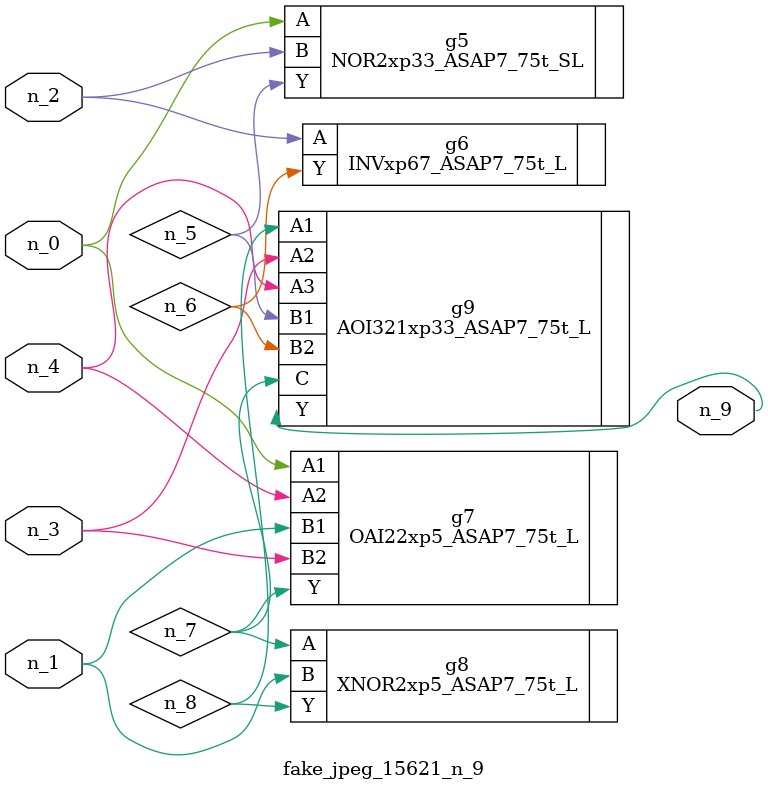
<source format=v>
module fake_jpeg_15621_n_9 (n_3, n_2, n_1, n_0, n_4, n_9);

input n_3;
input n_2;
input n_1;
input n_0;
input n_4;

output n_9;

wire n_8;
wire n_6;
wire n_5;
wire n_7;

NOR2xp33_ASAP7_75t_SL g5 ( 
.A(n_0),
.B(n_2),
.Y(n_5)
);

INVxp67_ASAP7_75t_L g6 ( 
.A(n_2),
.Y(n_6)
);

OAI22xp5_ASAP7_75t_L g7 ( 
.A1(n_0),
.A2(n_4),
.B1(n_1),
.B2(n_3),
.Y(n_7)
);

XNOR2xp5_ASAP7_75t_L g8 ( 
.A(n_7),
.B(n_1),
.Y(n_8)
);

AOI321xp33_ASAP7_75t_L g9 ( 
.A1(n_8),
.A2(n_3),
.A3(n_4),
.B1(n_5),
.B2(n_6),
.C(n_7),
.Y(n_9)
);


endmodule
</source>
